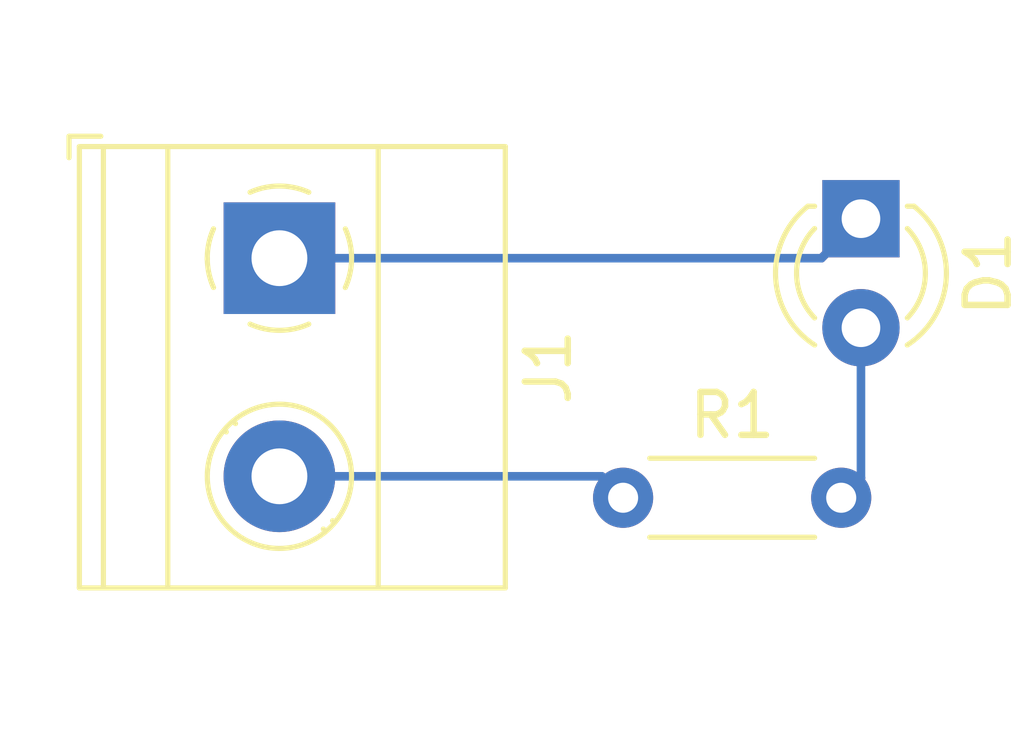
<source format=kicad_pcb>
(kicad_pcb (version 20240108) (generator "pcbnew") (generator_version "8.0")
  (layers (0 "F.Cu" signal) (31 "B.Cu" signal) (34 "B.Paste" user) (35 "F.Paste" user) (36 "B.SilkS" user "B.Silkscreen") (37 "F.SilkS" user "F.Silkscreen") (38 "B.Mask" user) (39 "F.Mask" user) (44 "Edge.Cuts" user))
  (net 0 "")
  (net 1 "Net-(D1-A)")
  (net 2 "GND")
  (net 3 "+5V")
  (footprint "Resistor_THT:R_Axial_DIN0204_L3.6mm_D1.6mm_P5.08mm_Horizontal" (layer "F.Cu") (at 125.96 120.5)
    (property "Reference" "R1" (at 2.54 -1.92 360) (layer "F.SilkS"))
    (property "Value" "R")
    (fp_line (start 0.62 -0.92) (end 4.46 -0.92) (stroke (width 0.12)) (layer "F.SilkS"))
    (fp_line (start 0.62 0.92) (end 4.46 0.92) (stroke (width 0.12)) (layer "F.SilkS"))
    (pad "1" thru_hole circle (at 0 0) (size 1.4 1.4) (drill 0.7) (layers "*.Cu" "*.Mask") (net 3 "+5V"))
    (pad "2" thru_hole oval (at 5.08 0) (size 1.4 1.4) (drill 0.7) (layers "*.Cu" "*.Mask") (net 1 "Net-(D1-A)"))
  )
  (footprint "LED_THT:LED_D3.0mm" (layer "F.Cu") (at 131.5 114 -90)
    (property "Reference" "D1" (at 1.27 -2.96 90) (layer "F.SilkS"))
    (property "Value" "LED")
    (fp_line (start -0.29 1.08) (end -0.29 1.236) (stroke (width 0.12)) (layer "F.SilkS"))
    (fp_line (start -0.29 -1.236) (end -0.29 -1.08) (stroke (width 0.12)) (layer "F.SilkS"))
    (fp_arc (start 2.31113 1.079837) (mid 1.270117 1.5) (end 0.229039 1.08) (stroke (width 0.12)) (layer "F.SilkS"))
    (fp_arc (start 2.942335 1.078608) (mid 1.366487 1.987659) (end -0.29 1.235516) (stroke (width 0.12)) (layer "F.SilkS"))
    (fp_arc (start 0.229039 -1.08) (mid 1.270117 -1.5) (end 2.31113 -1.079837) (stroke (width 0.12)) (layer "F.SilkS"))
    (fp_arc (start -0.29 -1.235516) (mid 1.366487 -1.987659) (end 2.942335 -1.078608) (stroke (width 0.12)) (layer "F.SilkS"))
    (pad "1" thru_hole rect (at 0 0 270) (size 1.8 1.8) (drill 0.9) (layers "*.Cu" "*.Mask") (net 2 "GND"))
    (pad "2" thru_hole circle (at 2.54 0 270) (size 1.8 1.8) (drill 0.9) (layers "*.Cu" "*.Mask") (net 1 "Net-(D1-A)"))
  )
  (footprint "TerminalBlock_Phoenix:TerminalBlock_Phoenix_MKDS-1,5-2-5.08_1x02_P5.08mm_Horizontal" (layer "F.Cu") (at 117.955 114.92 -90)
    (property "Reference" "J1" (at 2.54 -6.26 90) (layer "F.SilkS"))
    (property "Value" "Screw_Terminal_01x02")
    (fp_line (start -2.84 4.9) (end -2.34 4.9) (stroke (width 0.12)) (layer "F.SilkS"))
    (fp_line (start -2.6 4.66) (end 7.68 4.66) (stroke (width 0.12)) (layer "F.SilkS"))
    (fp_line (start -2.84 4.16) (end -2.84 4.9) (stroke (width 0.12)) (layer "F.SilkS"))
    (fp_line (start -2.6 4.1) (end 7.68 4.1) (stroke (width 0.12)) (layer "F.SilkS"))
    (fp_line (start -2.6 2.6) (end 7.68 2.6) (stroke (width 0.12)) (layer "F.SilkS"))
    (fp_line (start 4.046 1.239) (end 4.011 1.274) (stroke (width 0.12)) (layer "F.SilkS"))
    (fp_line (start 3.853 1.023) (end 3.806 1.069) (stroke (width 0.12)) (layer "F.SilkS"))
    (fp_line (start 6.355 -1.069) (end 6.308 -1.023) (stroke (width 0.12)) (layer "F.SilkS"))
    (fp_line (start 6.15 -1.275) (end 6.115 -1.239) (stroke (width 0.12)) (layer "F.SilkS"))
    (fp_line (start -2.6 -2.301) (end 7.68 -2.301) (stroke (width 0.12)) (layer "F.SilkS"))
    (fp_line (start -2.6 -5.261) (end -2.6 4.66) (stroke (width 0.12)) (layer "F.SilkS"))
    (fp_line (start -2.6 -5.261) (end 7.68 -5.261) (stroke (width 0.12)) (layer "F.SilkS"))
    (fp_line (start 7.68 -5.261) (end 7.68 4.66) (stroke (width 0.12)) (layer "F.SilkS"))
    (fp_arc (start 0.028805 1.680253) (mid -0.335551 1.646659) (end -0.684 1.535) (stroke (width 0.12)) (layer "F.SilkS"))
    (fp_arc (start 0.683318 1.534756) (mid 0.349292 1.643288) (end 0 1.68) (stroke (width 0.12)) (layer "F.SilkS"))
    (fp_arc (start -1.535427 0.683042) (mid -1.680501 -0.000524) (end -1.535 -0.684) (stroke (width 0.12)) (layer "F.SilkS"))
    (fp_arc (start 1.535427 -0.683042) (mid 1.680501 0.000524) (end 1.535 0.684) (stroke (width 0.12)) (layer "F.SilkS"))
    (fp_arc (start -0.683042 -1.535427) (mid 0.000524 -1.680501) (end 0.684 -1.535) (stroke (width 0.12)) (layer "F.SilkS"))
    (fp_circle (center 5.08 0) (end 6.76 0) (stroke (width 0.12)) (fill none) (layer "F.SilkS"))
    (pad "1" thru_hole rect (at 0 0 270) (size 2.6 2.6) (drill 1.3) (layers "*.Cu" "*.Mask") (net 2 "GND"))
    (pad "2" thru_hole circle (at 5.08 0 270) (size 2.6 2.6) (drill 1.3) (layers "*.Cu" "*.Mask") (net 3 "+5V"))
  )
  (segment (start 131.5 120.04) (end 131.04 120.5) (width 0.2) (layer "F.Cu") (net 1))
  (segment (start 131.5 120.04) (end 131.04 120.5) (width 0.2) (layer "B.Cu") (net 1))
  (segment (start 131.5 116.54) (end 131.5 120.04) (width 0.2) (layer "B.Cu") (net 1))
  (segment (start 130.58 114.92) (end 131.5 114) (width 0.2) (layer "F.Cu") (net 2))
  (segment (start 130.58 114.92) (end 131.5 114) (width 0.2) (layer "B.Cu") (net 2))
  (segment (start 117.955 114.92) (end 130.58 114.92) (width 0.2) (layer "B.Cu") (net 2))
  (segment (start 125.46 120) (end 125.96 120.5) (width 0.2) (layer "F.Cu") (net 3))
  (segment (start 117.955 120) (end 125.46 120) (width 0.2) (layer "B.Cu") (net 3))
  (segment (start 125.46 120) (end 125.96 120.5) (width 0.2) (layer "B.Cu") (net 3))
)
</source>
